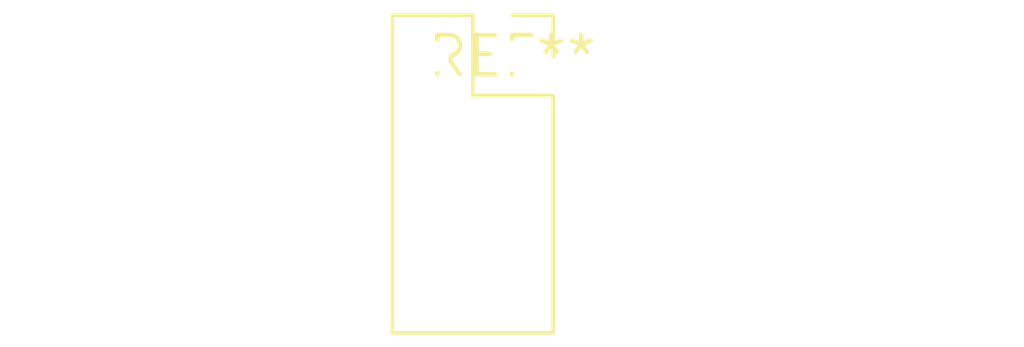
<source format=kicad_pcb>
(kicad_pcb (version 20240108) (generator pcbnew)
  (layers (0 "F.Cu" signal) (31 "B.Cu" signal) (34 "B.Paste" user) (35 "F.Paste" user) (36 "B.SilkS" user "B.Silkscreen") (37 "F.SilkS" user "F.Silkscreen") (38 "B.Mask" user) (39 "F.Mask" user) (44 "Edge.Cuts" user))
  (net 0 "")
  (footprint "PinSocket_2x04_P2.54mm_Vertical" (layer "F.Cu") (at 0 0)
    (property "Reference" "REF**")
    (property "Value" "PinSocket_2x04_P2.54mm_Vertical")
    (fp_line (start -3.87 -1.33) (end -3.87 8.95) (layer "F.SilkS") (stroke (width 0.12)))
    (fp_line (start -3.87 -1.33) (end -1.27 -1.33) (layer "F.SilkS") (stroke (width 0.12)))
    (fp_line (start -3.87 8.95) (end 1.33 8.95) (layer "F.SilkS") (stroke (width 0.12)))
    (fp_line (start -1.27 -1.33) (end -1.27 1.27) (layer "F.SilkS") (stroke (width 0.12)))
    (fp_line (start -1.27 1.27) (end 1.33 1.27) (layer "F.SilkS") (stroke (width 0.12)))
    (fp_line (start 0 -1.33) (end 1.33 -1.33) (layer "F.SilkS") (stroke (width 0.12)))
    (fp_line (start 1.33 -1.33) (end 1.33 0) (layer "F.SilkS") (stroke (width 0.12)))
    (fp_line (start 1.33 1.27) (end 1.33 8.95) (layer "F.SilkS") (stroke (width 0.12)))
    (pad "1" thru_hole rect (at 0 0) (size 1.7 1.7) (drill 1) (layers *.Cu *.Mask) (remove_unused_layers))
    (pad "2" thru_hole oval (at -2.54 0) (size 1.7 1.7) (drill 1) (layers *.Cu *.Mask) (remove_unused_layers))
    (pad "3" thru_hole oval (at 0 2.54) (size 1.7 1.7) (drill 1) (layers *.Cu *.Mask) (remove_unused_layers))
    (pad "4" thru_hole oval (at -2.54 2.54) (size 1.7 1.7) (drill 1) (layers *.Cu *.Mask) (remove_unused_layers))
    (pad "5" thru_hole oval (at 0 5.08) (size 1.7 1.7) (drill 1) (layers *.Cu *.Mask) (remove_unused_layers))
    (pad "6" thru_hole oval (at -2.54 5.08) (size 1.7 1.7) (drill 1) (layers *.Cu *.Mask) (remove_unused_layers))
    (pad "7" thru_hole oval (at 0 7.62) (size 1.7 1.7) (drill 1) (layers *.Cu *.Mask) (remove_unused_layers))
    (pad "8" thru_hole oval (at -2.54 7.62) (size 1.7 1.7) (drill 1) (layers *.Cu *.Mask) (remove_unused_layers))
  )
)
</source>
